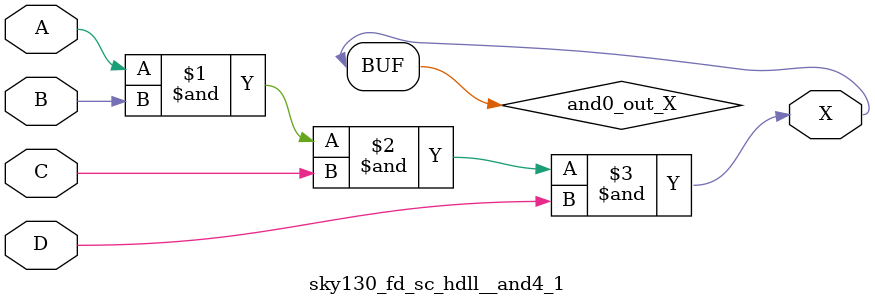
<source format=v>
/*
 * Copyright 2020 The SkyWater PDK Authors
 *
 * Licensed under the Apache License, Version 2.0 (the "License");
 * you may not use this file except in compliance with the License.
 * You may obtain a copy of the License at
 *
 *     https://www.apache.org/licenses/LICENSE-2.0
 *
 * Unless required by applicable law or agreed to in writing, software
 * distributed under the License is distributed on an "AS IS" BASIS,
 * WITHOUT WARRANTIES OR CONDITIONS OF ANY KIND, either express or implied.
 * See the License for the specific language governing permissions and
 * limitations under the License.
 *
 * SPDX-License-Identifier: Apache-2.0
*/


`ifndef SKY130_FD_SC_HDLL__AND4_1_FUNCTIONAL_V
`define SKY130_FD_SC_HDLL__AND4_1_FUNCTIONAL_V

/**
 * and4: 4-input AND.
 *
 * Verilog simulation functional model.
 */

`timescale 1ns / 1ps
`default_nettype none

`celldefine
module sky130_fd_sc_hdll__and4_1 (
    X,
    A,
    B,
    C,
    D
);

    // Module ports
    output X;
    input  A;
    input  B;
    input  C;
    input  D;

    // Local signals
    wire and0_out_X;

    //  Name  Output      Other arguments
    and and0 (and0_out_X, A, B, C, D     );
    buf buf0 (X         , and0_out_X     );

endmodule
`endcelldefine

`default_nettype wire
`endif  // SKY130_FD_SC_HDLL__AND4_1_FUNCTIONAL_V

</source>
